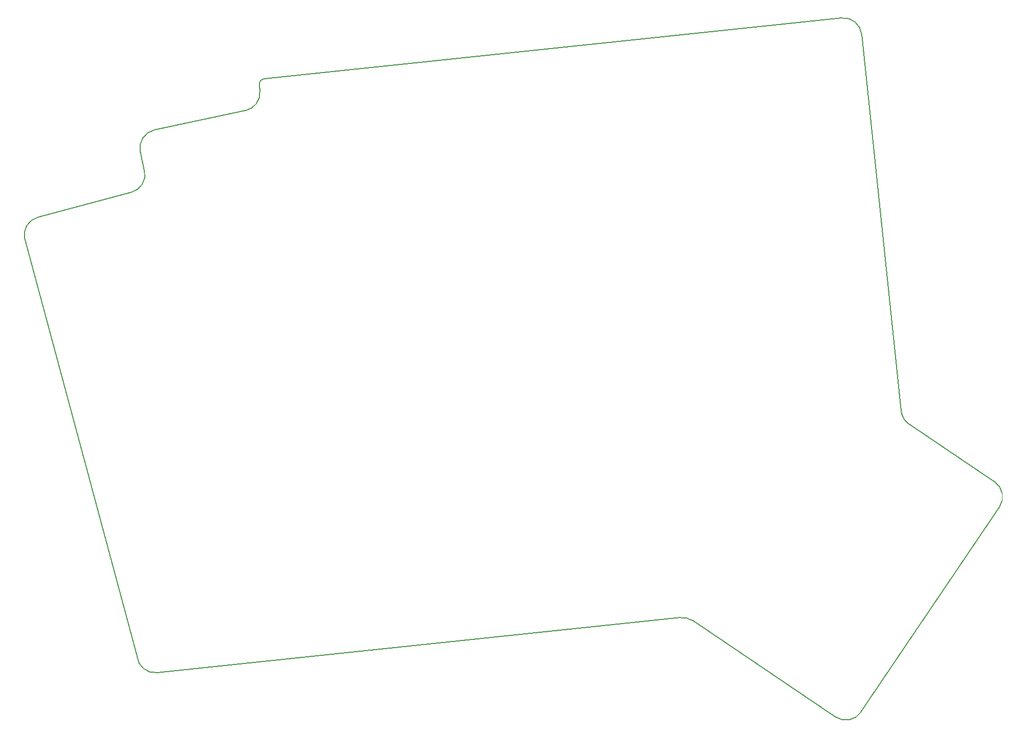
<source format=gbr>
%TF.GenerationSoftware,KiCad,Pcbnew,9.0.2*%
%TF.CreationDate,2025-05-27T05:35:02-06:00*%
%TF.ProjectId,keeb,6b656562-2e6b-4696-9361-645f70636258,v1.0.0*%
%TF.SameCoordinates,Original*%
%TF.FileFunction,Profile,NP*%
%FSLAX46Y46*%
G04 Gerber Fmt 4.6, Leading zero omitted, Abs format (unit mm)*
G04 Created by KiCad (PCBNEW 9.0.2) date 2025-05-27 05:35:02*
%MOMM*%
%LPD*%
G01*
G04 APERTURE LIST*
%TA.AperFunction,Profile*%
%ADD10C,0.150000*%
%TD*%
G04 APERTURE END LIST*
D10*
X38014543Y-116541728D02*
G75*
G02*
X34717393Y-113871748I-313583J2983568D01*
G01*
X16159743Y-44798289D02*
X34717393Y-113871748D01*
X162467602Y-75401310D02*
X176601046Y-84934438D01*
X162467602Y-75401310D02*
G75*
G02*
X161161625Y-73227782I1677598J2487110D01*
G01*
X18281064Y-41124055D02*
X33802264Y-36965162D01*
X37582777Y-26647838D02*
X52676620Y-23439543D01*
X35960250Y-33443649D02*
X35272070Y-30206016D01*
X55826424Y-18140829D02*
X151300526Y-8106097D01*
X154597677Y-10776077D02*
X161161615Y-73227783D01*
X55036451Y-20191514D02*
X54936430Y-19239880D01*
X38014543Y-116541728D02*
X124655274Y-107435420D01*
X154483671Y-123089670D02*
X177410580Y-89099129D01*
X126646438Y-107931873D02*
X150318979Y-123899204D01*
X16159743Y-44798289D02*
G75*
G02*
X18281057Y-41124031I2897757J776489D01*
G01*
X35960250Y-33443649D02*
G75*
G02*
X33802270Y-36965185I-2934450J-623751D01*
G01*
X35272070Y-30206016D02*
G75*
G02*
X37582784Y-26647870I2934430J623716D01*
G01*
X55036451Y-20191515D02*
G75*
G02*
X52676618Y-23439532I-2983551J-313585D01*
G01*
X151300526Y-8106097D02*
G75*
G02*
X154597698Y-10776075I313574J-2983603D01*
G01*
X176601046Y-84934438D02*
G75*
G02*
X177410580Y-89099130I-1677576J-2487112D01*
G01*
X154483671Y-123089670D02*
G75*
G02*
X150319010Y-123899158I-2487071J1677570D01*
G01*
X124655274Y-107435420D02*
G75*
G02*
X126646454Y-107931849I313626J-2983580D01*
G01*
X54936430Y-19239880D02*
G75*
G02*
X55826425Y-18140840I994570J104480D01*
G01*
M02*

</source>
